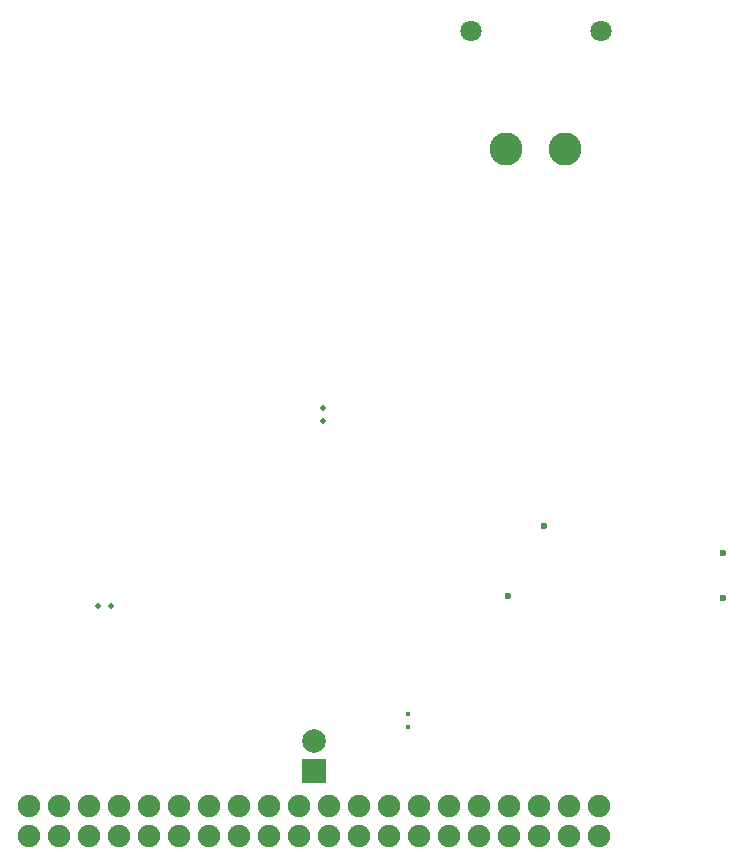
<source format=gbr>
%TF.GenerationSoftware,Altium Limited,Altium Designer,21.6.1 (37)*%
G04 Layer_Color=16711935*
%FSLAX45Y45*%
%MOMM*%
%TF.SameCoordinates,308497C2-864B-4A42-B135-7B231B7309CE*%
%TF.FilePolarity,Negative*%
%TF.FileFunction,Soldermask,Bot*%
%TF.Part,Single*%
G01*
G75*
%TA.AperFunction,ComponentPad*%
%ADD78C,1.80000*%
%ADD82C,1.90000*%
%TA.AperFunction,ViaPad*%
%ADD84C,0.50000*%
%ADD85C,0.40000*%
%TA.AperFunction,ComponentPad*%
%ADD96C,2.80000*%
%ADD97R,2.00000X2.00000*%
%ADD98C,2.00000*%
%ADD99C,0.60000*%
%TA.AperFunction,ViaPad*%
%ADD100C,0.60000*%
D78*
X5329364Y7090000D02*
D03*
X6429364D02*
D03*
D82*
X3621000Y271000D02*
D03*
X3875000D02*
D03*
X4129000D02*
D03*
X4383000D02*
D03*
X4637000D02*
D03*
X4891000D02*
D03*
X5145000D02*
D03*
X5399000D02*
D03*
X5653000D02*
D03*
X6415000Y525000D02*
D03*
X6161000Y271000D02*
D03*
X5907000D02*
D03*
X6161000Y525000D02*
D03*
X3621000D02*
D03*
X3875000D02*
D03*
X4129000D02*
D03*
X4383000D02*
D03*
X4637000D02*
D03*
X4891000D02*
D03*
X5145000D02*
D03*
X5399000D02*
D03*
X5653000D02*
D03*
X5907000D02*
D03*
X6415000Y271000D02*
D03*
X1589000D02*
D03*
X1843000D02*
D03*
X2097000D02*
D03*
X2605000D02*
D03*
X2859000D02*
D03*
X3113000D02*
D03*
X3367000D02*
D03*
X3113000Y525000D02*
D03*
X3367000D02*
D03*
X2859000D02*
D03*
X2351000Y271000D02*
D03*
X1843000Y525000D02*
D03*
X2097000D02*
D03*
X2351000D02*
D03*
X2605000D02*
D03*
X1589000D02*
D03*
D84*
X4076864Y3892500D02*
D03*
Y3782500D02*
D03*
X2171864Y2220000D02*
D03*
X2281864D02*
D03*
D85*
X4794364Y1195000D02*
D03*
Y1305000D02*
D03*
D96*
X6129364Y6090000D02*
D03*
X5629364D02*
D03*
D97*
X4000000Y825500D02*
D03*
D98*
Y1079500D02*
D03*
D99*
X7462576Y2665500D02*
D03*
Y2284500D02*
D03*
D100*
X5950000Y2900000D02*
D03*
X5644364Y2300000D02*
D03*
%TF.MD5,31ec654da19d8fe28cb4b84ec1263c29*%
M02*

</source>
